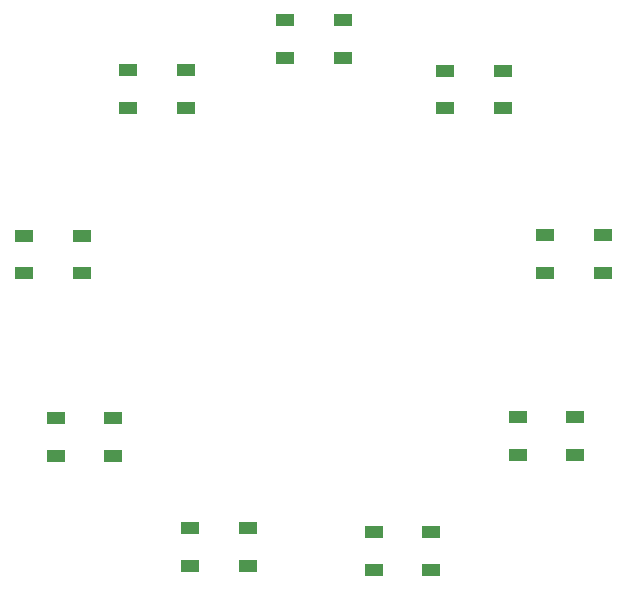
<source format=gbr>
%TF.GenerationSoftware,KiCad,Pcbnew,(5.1.10)-1*%
%TF.CreationDate,2021-12-21T20:41:06+01:00*%
%TF.ProjectId,VolumeKnob,566f6c75-6d65-44b6-9e6f-622e6b696361,rev?*%
%TF.SameCoordinates,Original*%
%TF.FileFunction,Paste,Top*%
%TF.FilePolarity,Positive*%
%FSLAX46Y46*%
G04 Gerber Fmt 4.6, Leading zero omitted, Abs format (unit mm)*
G04 Created by KiCad (PCBNEW (5.1.10)-1) date 2021-12-21 20:41:06*
%MOMM*%
%LPD*%
G01*
G04 APERTURE LIST*
%ADD10R,1.500000X1.000000*%
G04 APERTURE END LIST*
D10*
%TO.C,D17*%
X83140000Y-74620000D03*
X83140000Y-77820000D03*
X88040000Y-74620000D03*
X88040000Y-77820000D03*
%TD*%
%TO.C,D16*%
X74340000Y-88630000D03*
X74340000Y-91830000D03*
X79240000Y-88630000D03*
X79240000Y-91830000D03*
%TD*%
%TO.C,D15*%
X77030000Y-104060000D03*
X77030000Y-107260000D03*
X81930000Y-104060000D03*
X81930000Y-107260000D03*
%TD*%
%TO.C,D14*%
X88430000Y-113390000D03*
X88430000Y-116590000D03*
X93330000Y-113390000D03*
X93330000Y-116590000D03*
%TD*%
%TO.C,D13*%
X103950000Y-113750000D03*
X103950000Y-116950000D03*
X108850000Y-113750000D03*
X108850000Y-116950000D03*
%TD*%
%TO.C,D12*%
X116150000Y-103970000D03*
X116150000Y-107170000D03*
X121050000Y-103970000D03*
X121050000Y-107170000D03*
%TD*%
%TO.C,D11*%
X118490000Y-88620000D03*
X118490000Y-91820000D03*
X123390000Y-88620000D03*
X123390000Y-91820000D03*
%TD*%
%TO.C,D10*%
X110040000Y-74660000D03*
X110040000Y-77860000D03*
X114940000Y-74660000D03*
X114940000Y-77860000D03*
%TD*%
%TO.C,D9*%
X96470000Y-70370000D03*
X96470000Y-73570000D03*
X101370000Y-70370000D03*
X101370000Y-73570000D03*
%TD*%
M02*

</source>
